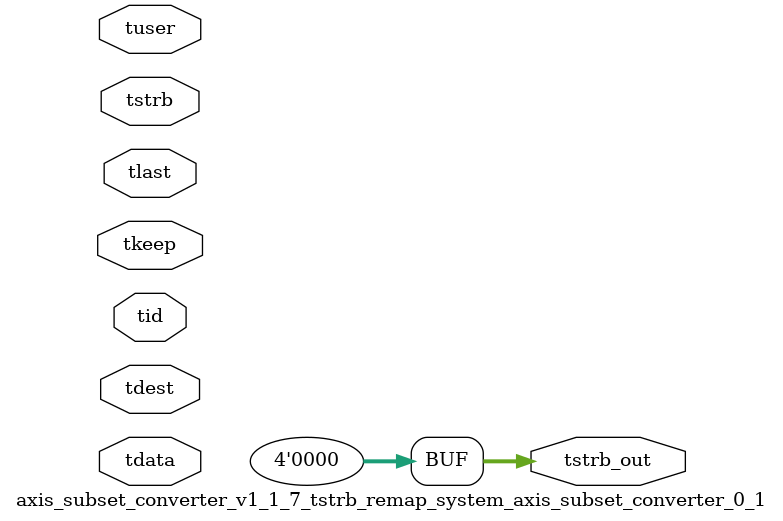
<source format=v>


`timescale 1ps/1ps

module axis_subset_converter_v1_1_7_tstrb_remap_system_axis_subset_converter_0_1 #
(
parameter C_S_AXIS_TDATA_WIDTH = 32,
parameter C_S_AXIS_TUSER_WIDTH = 0,
parameter C_S_AXIS_TID_WIDTH   = 0,
parameter C_S_AXIS_TDEST_WIDTH = 0,
parameter C_M_AXIS_TDATA_WIDTH = 32
)
(
input  [(C_S_AXIS_TDATA_WIDTH == 0 ? 1 : C_S_AXIS_TDATA_WIDTH)-1:0     ] tdata,
input  [(C_S_AXIS_TUSER_WIDTH == 0 ? 1 : C_S_AXIS_TUSER_WIDTH)-1:0     ] tuser,
input  [(C_S_AXIS_TID_WIDTH   == 0 ? 1 : C_S_AXIS_TID_WIDTH)-1:0       ] tid,
input  [(C_S_AXIS_TDEST_WIDTH == 0 ? 1 : C_S_AXIS_TDEST_WIDTH)-1:0     ] tdest,
input  [(C_S_AXIS_TDATA_WIDTH/8)-1:0 ] tkeep,
input  [(C_S_AXIS_TDATA_WIDTH/8)-1:0 ] tstrb,
input                                                                    tlast,
output [(C_M_AXIS_TDATA_WIDTH/8)-1:0 ] tstrb_out
);

assign tstrb_out = {1'b0};

endmodule


</source>
